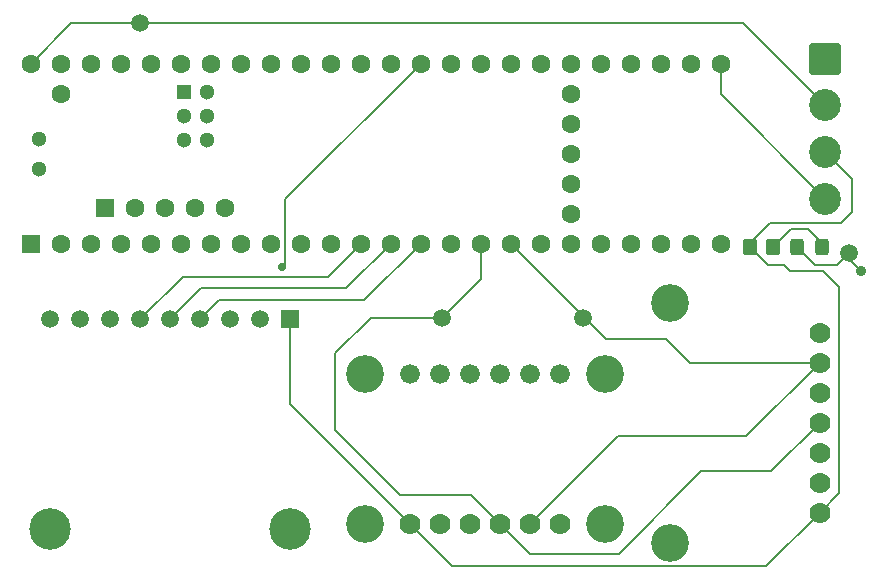
<source format=gbr>
%TF.GenerationSoftware,KiCad,Pcbnew,9.0.7-9.0.7~ubuntu24.04.1*%
%TF.CreationDate,2026-01-13T19:14:42-08:00*%
%TF.ProjectId,PIMU Suite,50494d55-2053-4756-9974-652e6b696361,4*%
%TF.SameCoordinates,Original*%
%TF.FileFunction,Copper,L1,Top*%
%TF.FilePolarity,Positive*%
%FSLAX46Y46*%
G04 Gerber Fmt 4.6, Leading zero omitted, Abs format (unit mm)*
G04 Created by KiCad (PCBNEW 9.0.7-9.0.7~ubuntu24.04.1) date 2026-01-13 19:14:42*
%MOMM*%
%LPD*%
G01*
G04 APERTURE LIST*
G04 Aperture macros list*
%AMRoundRect*
0 Rectangle with rounded corners*
0 $1 Rounding radius*
0 $2 $3 $4 $5 $6 $7 $8 $9 X,Y pos of 4 corners*
0 Add a 4 corners polygon primitive as box body*
4,1,4,$2,$3,$4,$5,$6,$7,$8,$9,$2,$3,0*
0 Add four circle primitives for the rounded corners*
1,1,$1+$1,$2,$3*
1,1,$1+$1,$4,$5*
1,1,$1+$1,$6,$7*
1,1,$1+$1,$8,$9*
0 Add four rect primitives between the rounded corners*
20,1,$1+$1,$2,$3,$4,$5,0*
20,1,$1+$1,$4,$5,$6,$7,0*
20,1,$1+$1,$6,$7,$8,$9,0*
20,1,$1+$1,$8,$9,$2,$3,0*%
G04 Aperture macros list end*
%TA.AperFunction,ComponentPad*%
%ADD10RoundRect,0.250001X-1.099999X1.099999X-1.099999X-1.099999X1.099999X-1.099999X1.099999X1.099999X0*%
%TD*%
%TA.AperFunction,ComponentPad*%
%ADD11C,2.700000*%
%TD*%
%TA.AperFunction,ComponentPad*%
%ADD12C,1.778000*%
%TD*%
%TA.AperFunction,ComponentPad*%
%ADD13C,3.200000*%
%TD*%
%TA.AperFunction,ComponentPad*%
%ADD14C,1.676400*%
%TD*%
%TA.AperFunction,SMDPad,CuDef*%
%ADD15RoundRect,0.250000X-0.325000X-0.450000X0.325000X-0.450000X0.325000X0.450000X-0.325000X0.450000X0*%
%TD*%
%TA.AperFunction,ComponentPad*%
%ADD16R,1.600000X1.600000*%
%TD*%
%TA.AperFunction,ComponentPad*%
%ADD17C,1.600000*%
%TD*%
%TA.AperFunction,ComponentPad*%
%ADD18R,1.300000X1.300000*%
%TD*%
%TA.AperFunction,ComponentPad*%
%ADD19C,1.300000*%
%TD*%
%TA.AperFunction,ComponentPad*%
%ADD20R,1.508000X1.508000*%
%TD*%
%TA.AperFunction,ComponentPad*%
%ADD21C,1.508000*%
%TD*%
%TA.AperFunction,ComponentPad*%
%ADD22C,3.516000*%
%TD*%
%TA.AperFunction,SMDPad,CuDef*%
%ADD23C,1.500000*%
%TD*%
%TA.AperFunction,SMDPad,CuDef*%
%ADD24RoundRect,0.250000X0.350000X0.450000X-0.350000X0.450000X-0.350000X-0.450000X0.350000X-0.450000X0*%
%TD*%
%TA.AperFunction,ViaPad*%
%ADD25C,0.700000*%
%TD*%
%TA.AperFunction,ViaPad*%
%ADD26C,0.889000*%
%TD*%
%TA.AperFunction,Conductor*%
%ADD27C,0.200000*%
%TD*%
%TA.AperFunction,Conductor*%
%ADD28C,0.150000*%
%TD*%
%TA.AperFunction,Conductor*%
%ADD29C,0.304800*%
%TD*%
G04 APERTURE END LIST*
D10*
%TO.P,JST1,1,Pin_1*%
%TO.N,GND*%
X177500000Y-78040000D03*
D11*
%TO.P,JST1,2,Pin_2*%
%TO.N,+5V*%
X177500000Y-82000000D03*
%TO.P,JST1,3,Pin_3*%
%TO.N,+3.3V*%
X177500000Y-85960000D03*
%TO.P,JST1,4,Pin_4*%
%TO.N,/TE*%
X177500000Y-89920000D03*
%TD*%
D12*
%TO.P,BMP1,1,VIN*%
%TO.N,+3.3V*%
X177000000Y-116490000D03*
%TO.P,BMP1,2,3Vo*%
%TO.N,unconnected-(BMP1-3Vo-Pad2)*%
X177000000Y-113950000D03*
%TO.P,BMP1,3,GND*%
%TO.N,GND*%
X177000000Y-111410000D03*
%TO.P,BMP1,4,SCK*%
%TO.N,/SCL_LINE*%
X177000000Y-108870000D03*
%TO.P,BMP1,5,SDO*%
%TO.N,unconnected-(BMP1-SDO-Pad5)*%
X177000000Y-106330000D03*
%TO.P,BMP1,6,SDI*%
%TO.N,/SDA_LINE*%
X177000000Y-103790000D03*
%TO.P,BMP1,7,CS*%
%TO.N,unconnected-(BMP1-CS-Pad7)*%
X177000000Y-101250000D03*
D13*
%TO.P,BMP1,P$1*%
%TO.N,N/C*%
X164300000Y-119030000D03*
X164300000Y-98710000D03*
%TD*%
D14*
%TO.P,IMU1,1,AD0*%
%TO.N,unconnected-(IMU1-AD0-Pad1)*%
X142310000Y-104750000D03*
%TO.P,IMU1,2,FSYNC_IN*%
%TO.N,unconnected-(IMU1-FSYNC_IN-Pad2)*%
X144850000Y-104750000D03*
%TO.P,IMU1,3,SCE*%
%TO.N,unconnected-(IMU1-SCE-Pad3)*%
X147390000Y-104750000D03*
%TO.P,IMU1,4,SDE*%
%TO.N,unconnected-(IMU1-SDE-Pad4)*%
X149930000Y-104750000D03*
%TO.P,IMU1,5,CS*%
%TO.N,unconnected-(IMU1-CS-Pad5)*%
X152470000Y-104750000D03*
%TO.P,IMU1,6*%
%TO.N,N/C*%
X155010000Y-104750000D03*
D12*
%TO.P,IMU1,7,VIN*%
%TO.N,+3.3V*%
X142310000Y-117450000D03*
%TO.P,IMU1,8,3Vo*%
%TO.N,unconnected-(IMU1-3Vo-Pad8)*%
X144850000Y-117450000D03*
%TO.P,IMU1,9,GND*%
%TO.N,GND*%
X147390000Y-117450000D03*
%TO.P,IMU1,10,SCL*%
%TO.N,/SCL_LINE*%
X149930000Y-117450000D03*
%TO.P,IMU1,11,SDA*%
%TO.N,/SDA_LINE*%
X152470000Y-117450000D03*
%TO.P,IMU1,12,INT1*%
%TO.N,unconnected-(IMU1-INT1-Pad12)*%
X155010000Y-117450000D03*
D13*
%TO.P,IMU1,P$1*%
%TO.N,N/C*%
X138500000Y-104750000D03*
X138500000Y-117450000D03*
X158820000Y-104750000D03*
X158820000Y-117450000D03*
%TD*%
D15*
%TO.P,D1,1,K*%
%TO.N,GND*%
X175130000Y-94000000D03*
%TO.P,D1,2,A*%
%TO.N,Net-(D1-A)*%
X177180000Y-94000000D03*
%TD*%
D16*
%TO.P,TEENSY1,1,GND*%
%TO.N,GND*%
X110200000Y-93700000D03*
D17*
%TO.P,TEENSY1,2,0_RX1_CRX2_CS1*%
%TO.N,unconnected-(TEENSY1-0_RX1_CRX2_CS1-Pad2)*%
X112740000Y-93700000D03*
%TO.P,TEENSY1,3,1_TX1_CTX2_MISO1*%
%TO.N,unconnected-(TEENSY1-1_TX1_CTX2_MISO1-Pad3)*%
X115280000Y-93700000D03*
%TO.P,TEENSY1,4,2_OUT2*%
%TO.N,unconnected-(TEENSY1-2_OUT2-Pad4)*%
X117820000Y-93700000D03*
%TO.P,TEENSY1,5,3_LRCLK2*%
%TO.N,unconnected-(TEENSY1-3_LRCLK2-Pad5)*%
X120360000Y-93700000D03*
%TO.P,TEENSY1,6,4_BCLK2*%
%TO.N,unconnected-(TEENSY1-4_BCLK2-Pad6)*%
X122900000Y-93700000D03*
%TO.P,TEENSY1,7,5_IN2*%
%TO.N,unconnected-(TEENSY1-5_IN2-Pad7)*%
X125440000Y-93700000D03*
%TO.P,TEENSY1,8,6_OUT1D*%
%TO.N,unconnected-(TEENSY1-6_OUT1D-Pad8)*%
X127980000Y-93700000D03*
%TO.P,TEENSY1,9,7_RX2_OUT1A*%
%TO.N,unconnected-(TEENSY1-7_RX2_OUT1A-Pad9)*%
X130520000Y-93700000D03*
%TO.P,TEENSY1,10,8_TX2_IN1*%
%TO.N,unconnected-(TEENSY1-8_TX2_IN1-Pad10)*%
X133060000Y-93700000D03*
%TO.P,TEENSY1,11,9_OUT1C*%
%TO.N,unconnected-(TEENSY1-9_OUT1C-Pad11)*%
X135600000Y-93700000D03*
%TO.P,TEENSY1,12,10_CS_MQSR*%
%TO.N,/SD_CS*%
X138140000Y-93700000D03*
%TO.P,TEENSY1,13,11_MOSI_CTX1*%
%TO.N,/SD_MOSI*%
X140680000Y-93700000D03*
%TO.P,TEENSY1,14,12_MISO_MQSL*%
%TO.N,/SD_MISO*%
X143220000Y-93700000D03*
%TO.P,TEENSY1,15,3V3*%
%TO.N,unconnected-(TEENSY1-3V3-Pad15)*%
X145760000Y-93700000D03*
%TO.P,TEENSY1,16,24_A10_TX6_SCL2*%
%TO.N,/SCL_LINE*%
X148300000Y-93700000D03*
%TO.P,TEENSY1,17,25_A11_RX6_SDA2*%
%TO.N,/SDA_LINE*%
X150840000Y-93700000D03*
%TO.P,TEENSY1,18,26_A12_MOSI1*%
%TO.N,unconnected-(TEENSY1-26_A12_MOSI1-Pad18)*%
X153380000Y-93700000D03*
%TO.P,TEENSY1,19,27_A13_SCK1*%
%TO.N,unconnected-(TEENSY1-27_A13_SCK1-Pad19)*%
X155920000Y-93700000D03*
%TO.P,TEENSY1,20,28_RX7*%
%TO.N,unconnected-(TEENSY1-28_RX7-Pad20)*%
X158460000Y-93700000D03*
%TO.P,TEENSY1,21,29_TX7*%
%TO.N,unconnected-(TEENSY1-29_TX7-Pad21)*%
X161000000Y-93700000D03*
%TO.P,TEENSY1,22,30_CRX3*%
%TO.N,unconnected-(TEENSY1-30_CRX3-Pad22)*%
X163540000Y-93700000D03*
%TO.P,TEENSY1,23,31_CTX3*%
%TO.N,unconnected-(TEENSY1-31_CTX3-Pad23)*%
X166080000Y-93700000D03*
%TO.P,TEENSY1,24,32_OUT1B*%
%TO.N,unconnected-(TEENSY1-32_OUT1B-Pad24)*%
X168620000Y-93700000D03*
%TO.P,TEENSY1,25,33_MCLK2*%
%TO.N,/TE*%
X168620000Y-78460000D03*
%TO.P,TEENSY1,26,34_RX8*%
%TO.N,unconnected-(TEENSY1-34_RX8-Pad26)*%
X166080000Y-78460000D03*
%TO.P,TEENSY1,27,35_TX8*%
%TO.N,unconnected-(TEENSY1-35_TX8-Pad27)*%
X163540000Y-78460000D03*
%TO.P,TEENSY1,28,36_CS*%
%TO.N,unconnected-(TEENSY1-36_CS-Pad28)*%
X161000000Y-78460000D03*
%TO.P,TEENSY1,29,37_CS*%
%TO.N,unconnected-(TEENSY1-37_CS-Pad29)*%
X158460000Y-78460000D03*
%TO.P,TEENSY1,30,38_CS1_IN1*%
%TO.N,unconnected-(TEENSY1-38_CS1_IN1-Pad30)*%
X155920000Y-78460000D03*
%TO.P,TEENSY1,31,39_MISO1_OUT1A*%
%TO.N,unconnected-(TEENSY1-39_MISO1_OUT1A-Pad31)*%
X153380000Y-78460000D03*
%TO.P,TEENSY1,32,40_A16*%
%TO.N,unconnected-(TEENSY1-40_A16-Pad32)*%
X150840000Y-78460000D03*
%TO.P,TEENSY1,33,41_A17*%
%TO.N,unconnected-(TEENSY1-41_A17-Pad33)*%
X148300000Y-78460000D03*
%TO.P,TEENSY1,34,GND*%
%TO.N,unconnected-(TEENSY1-GND-Pad34)*%
X145760000Y-78460000D03*
%TO.P,TEENSY1,35,13_SCK_LED*%
%TO.N,/SD_SCK*%
X143220000Y-78460000D03*
%TO.P,TEENSY1,36,14_A0_TX3_SPDIF_OUT*%
%TO.N,unconnected-(TEENSY1-14_A0_TX3_SPDIF_OUT-Pad36)*%
X140680000Y-78460000D03*
%TO.P,TEENSY1,37,15_A1_RX3_SPDIF_IN*%
%TO.N,unconnected-(TEENSY1-15_A1_RX3_SPDIF_IN-Pad37)*%
X138140000Y-78460000D03*
%TO.P,TEENSY1,38,16_A2_RX4_SCL1*%
%TO.N,unconnected-(TEENSY1-16_A2_RX4_SCL1-Pad38)*%
X135600000Y-78460000D03*
%TO.P,TEENSY1,39,17_A3_TX4_SDA1*%
%TO.N,unconnected-(TEENSY1-17_A3_TX4_SDA1-Pad39)*%
X133060000Y-78460000D03*
%TO.P,TEENSY1,40,18_A4_SDA*%
%TO.N,unconnected-(TEENSY1-18_A4_SDA-Pad40)*%
X130520000Y-78460000D03*
%TO.P,TEENSY1,41,19_A5_SCL*%
%TO.N,unconnected-(TEENSY1-19_A5_SCL-Pad41)*%
X127980000Y-78460000D03*
%TO.P,TEENSY1,42,20_A6_TX5_LRCLK1*%
%TO.N,unconnected-(TEENSY1-20_A6_TX5_LRCLK1-Pad42)*%
X125440000Y-78460000D03*
%TO.P,TEENSY1,43,21_A7_RX5_BCLK1*%
%TO.N,unconnected-(TEENSY1-21_A7_RX5_BCLK1-Pad43)*%
X122900000Y-78460000D03*
%TO.P,TEENSY1,44,22_A8_CTX1*%
%TO.N,unconnected-(TEENSY1-22_A8_CTX1-Pad44)*%
X120360000Y-78460000D03*
%TO.P,TEENSY1,45,23_A9_CRX1_MCLK1*%
%TO.N,unconnected-(TEENSY1-23_A9_CRX1_MCLK1-Pad45)*%
X117820000Y-78460000D03*
%TO.P,TEENSY1,46,3V3*%
%TO.N,unconnected-(TEENSY1-3V3-Pad46)*%
X115280000Y-78460000D03*
%TO.P,TEENSY1,47,GND*%
%TO.N,unconnected-(TEENSY1-GND-Pad47)*%
X112740000Y-78460000D03*
%TO.P,TEENSY1,48,VIN*%
%TO.N,+5V*%
X110200000Y-78460000D03*
%TO.P,TEENSY1,49,VUSB*%
%TO.N,unconnected-(TEENSY1-VUSB-Pad49)*%
X112740000Y-81000000D03*
%TO.P,TEENSY1,50,VBAT*%
%TO.N,unconnected-(TEENSY1-VBAT-Pad50)*%
X155920000Y-91160000D03*
%TO.P,TEENSY1,51,3V3*%
%TO.N,unconnected-(TEENSY1-3V3-Pad51)*%
X155920000Y-88620000D03*
%TO.P,TEENSY1,52,GND*%
%TO.N,unconnected-(TEENSY1-GND-Pad52)*%
X155920000Y-86080000D03*
%TO.P,TEENSY1,53,PROGRAM*%
%TO.N,unconnected-(TEENSY1-PROGRAM-Pad53)*%
X155920000Y-83540000D03*
%TO.P,TEENSY1,54,ON_OFF*%
%TO.N,unconnected-(TEENSY1-ON_OFF-Pad54)*%
X155920000Y-81000000D03*
D16*
%TO.P,TEENSY1,55,5V*%
%TO.N,unconnected-(TEENSY1-5V-Pad55)*%
X116499200Y-90649200D03*
D17*
%TO.P,TEENSY1,56,D-*%
%TO.N,unconnected-(TEENSY1-D--Pad56)*%
X119039200Y-90649200D03*
%TO.P,TEENSY1,57,D+*%
%TO.N,unconnected-(TEENSY1-D+-Pad57)*%
X121579200Y-90649200D03*
%TO.P,TEENSY1,58,GND*%
%TO.N,unconnected-(TEENSY1-GND-Pad58)*%
X124119200Y-90649200D03*
%TO.P,TEENSY1,59,GND*%
%TO.N,unconnected-(TEENSY1-GND-Pad59)*%
X126659200Y-90649200D03*
D18*
%TO.P,TEENSY1,60,R+*%
%TO.N,unconnected-(TEENSY1-R+-Pad60)*%
X123170000Y-80898400D03*
D19*
%TO.P,TEENSY1,61,LED*%
%TO.N,unconnected-(TEENSY1-LED-Pad61)*%
X123170000Y-82898400D03*
%TO.P,TEENSY1,62,T-*%
%TO.N,unconnected-(TEENSY1-T--Pad62)*%
X123170000Y-84898400D03*
%TO.P,TEENSY1,63,T+*%
%TO.N,unconnected-(TEENSY1-T+-Pad63)*%
X125170000Y-84898400D03*
%TO.P,TEENSY1,64,GND*%
%TO.N,unconnected-(TEENSY1-GND-Pad64)*%
X125170000Y-82898400D03*
%TO.P,TEENSY1,65,R-*%
%TO.N,unconnected-(TEENSY1-R--Pad65)*%
X125170000Y-80898400D03*
%TO.P,TEENSY1,66,D-*%
%TO.N,unconnected-(TEENSY1-D--Pad66)*%
X110930000Y-84810000D03*
%TO.P,TEENSY1,67,D+*%
%TO.N,unconnected-(TEENSY1-D+-Pad67)*%
X110930000Y-87350000D03*
%TD*%
D20*
%TO.P,U2,1,3V*%
%TO.N,+3.3V*%
X132160000Y-100110000D03*
D21*
%TO.P,U2,2,GND*%
%TO.N,GND*%
X129620000Y-100110000D03*
%TO.P,U2,3,CLK*%
%TO.N,/SD_SCK*%
X127080000Y-100110000D03*
%TO.P,U2,4,D0/SO*%
%TO.N,/SD_MISO*%
X124540000Y-100110000D03*
%TO.P,U2,5,CMD/SI*%
%TO.N,/SD_MOSI*%
X122000000Y-100110000D03*
%TO.P,U2,6,D3/CS*%
%TO.N,/SD_CS*%
X119460000Y-100110000D03*
%TO.P,U2,7,DAT1*%
%TO.N,unconnected-(U2-DAT1-Pad7)*%
X116920000Y-100110000D03*
%TO.P,U2,8,DAT2*%
%TO.N,unconnected-(U2-DAT2-Pad8)*%
X114380000Y-100110000D03*
%TO.P,U2,9,DET*%
%TO.N,unconnected-(U2-DET-Pad9)*%
X111840000Y-100110000D03*
D22*
%TO.P,U2,S1*%
%TO.N,N/C*%
X132160000Y-117890000D03*
%TO.P,U2,S2*%
X111840000Y-117890000D03*
%TD*%
D23*
%TO.P,TP1,1,1*%
%TO.N,+5V*%
X119500000Y-75000000D03*
%TD*%
%TO.P,TP2,1,1*%
%TO.N,GND*%
X179500000Y-94500000D03*
%TD*%
%TO.P,TP4,1,1*%
%TO.N,/SDA_LINE*%
X157000000Y-100000000D03*
%TD*%
%TO.P,TP3,1,1*%
%TO.N,/SCL_LINE*%
X145000000Y-100000000D03*
%TD*%
D24*
%TO.P,R1,1*%
%TO.N,Net-(D1-A)*%
X173087500Y-94000000D03*
%TO.P,R1,2*%
%TO.N,+3.3V*%
X171087500Y-94000000D03*
%TD*%
D25*
%TO.N,/SD_SCK*%
X131470000Y-95720000D03*
D26*
%TO.N,GND*%
X180500000Y-96000000D03*
%TD*%
D27*
%TO.N,/SD_CS*%
X135340000Y-96500000D02*
X138140000Y-93700000D01*
X123070000Y-96500000D02*
X135340000Y-96500000D01*
X119460000Y-100110000D02*
X123070000Y-96500000D01*
%TO.N,/SCL_LINE*%
X148300000Y-96700000D02*
X145000000Y-100000000D01*
X167000000Y-113000000D02*
X172870000Y-113000000D01*
X148300000Y-93700000D02*
X148300000Y-96700000D01*
X147480000Y-115000000D02*
X149930000Y-117450000D01*
X177000000Y-108870000D02*
X177000000Y-108500000D01*
X136000000Y-109500000D02*
X141500000Y-115000000D01*
X139000000Y-100000000D02*
X136000000Y-103000000D01*
X160000000Y-120000000D02*
X167000000Y-113000000D01*
X149930000Y-117450000D02*
X152480000Y-120000000D01*
X152480000Y-120000000D02*
X160000000Y-120000000D01*
X172870000Y-113000000D02*
X177000000Y-108870000D01*
X145000000Y-100000000D02*
X139000000Y-100000000D01*
X136000000Y-103000000D02*
X136000000Y-109500000D01*
X141500000Y-115000000D02*
X147480000Y-115000000D01*
%TO.N,/SDA_LINE*%
X150840000Y-93700000D02*
X158890000Y-101750000D01*
X159920000Y-110000000D02*
X152470000Y-117450000D01*
D28*
X161250000Y-101750000D02*
X163970000Y-101750000D01*
D27*
X158890000Y-101750000D02*
X161250000Y-101750000D01*
D28*
X166010000Y-103790000D02*
X177000000Y-103790000D01*
D27*
X170790000Y-110000000D02*
X159920000Y-110000000D01*
X177000000Y-103790000D02*
X170790000Y-110000000D01*
D28*
X163970000Y-101750000D02*
X166010000Y-103790000D01*
D27*
%TO.N,/SD_SCK*%
X131750000Y-95440000D02*
X131750000Y-89930000D01*
X127080000Y-100110000D02*
X127080000Y-99920000D01*
X131470000Y-95720000D02*
X131750000Y-95440000D01*
X131750000Y-89930000D02*
X143220000Y-78460000D01*
%TO.N,+3.3V*%
X132160000Y-100110000D02*
X132160000Y-107300000D01*
X171087500Y-93662500D02*
X171087500Y-94000000D01*
X174008300Y-95508300D02*
X172595800Y-95508300D01*
X177000000Y-116490000D02*
X172490000Y-121000000D01*
X172815072Y-91934928D02*
X171087500Y-93662500D01*
X177500000Y-85960000D02*
X179750000Y-88210000D01*
X179750000Y-91000000D02*
X178815072Y-91934928D01*
X171062500Y-94000000D02*
X171175000Y-94000000D01*
X178668500Y-97418500D02*
X177250000Y-96000000D01*
X132160000Y-107300000D02*
X142310000Y-117450000D01*
X179750000Y-88210000D02*
X179750000Y-91000000D01*
X177000000Y-116490000D02*
X178668500Y-114821500D01*
X172595800Y-95508300D02*
X171087500Y-94000000D01*
X177250000Y-96000000D02*
X174500000Y-96000000D01*
X178815072Y-91934928D02*
X172815072Y-91934928D01*
X178668500Y-114821500D02*
X178668500Y-97418500D01*
X172490000Y-121000000D02*
X145860000Y-121000000D01*
X174500000Y-96000000D02*
X174008300Y-95508300D01*
X145860000Y-121000000D02*
X142310000Y-117450000D01*
%TO.N,GND*%
X179500000Y-95000000D02*
X180500000Y-96000000D01*
X175130000Y-94000000D02*
X176630000Y-95500000D01*
D29*
X179500000Y-94500000D02*
X179500000Y-95000000D01*
D27*
X178500000Y-95500000D02*
X179500000Y-94500000D01*
X176630000Y-95500000D02*
X178500000Y-95500000D01*
%TO.N,/SD_MOSI*%
X124610000Y-97500000D02*
X136880000Y-97500000D01*
X136880000Y-97500000D02*
X140680000Y-93700000D01*
X122000000Y-100110000D02*
X124610000Y-97500000D01*
%TO.N,/SD_MISO*%
X138420000Y-98500000D02*
X143220000Y-93700000D01*
X124540000Y-100110000D02*
X126150000Y-98500000D01*
X126150000Y-98500000D02*
X138420000Y-98500000D01*
%TO.N,/TE*%
X177500000Y-89920000D02*
X168620000Y-81040000D01*
X168620000Y-81040000D02*
X168620000Y-78460000D01*
%TO.N,unconnected-(BMP1-SDO-Pad5)*%
X177000000Y-106330000D02*
X177000000Y-106000000D01*
%TO.N,+5V*%
X113660000Y-75000000D02*
X110200000Y-78460000D01*
X170500000Y-75000000D02*
X119500000Y-75000000D01*
X119500000Y-75000000D02*
X113660000Y-75000000D01*
X177500000Y-82000000D02*
X170500000Y-75000000D01*
%TO.N,Net-(D1-A)*%
X174587500Y-92500000D02*
X176000000Y-92500000D01*
X173087500Y-94000000D02*
X174587500Y-92500000D01*
X176000000Y-92500000D02*
X177180000Y-93680000D01*
X173500000Y-94000000D02*
X173000000Y-94000000D01*
X177180000Y-93680000D02*
X177180000Y-94000000D01*
%TD*%
M02*

</source>
